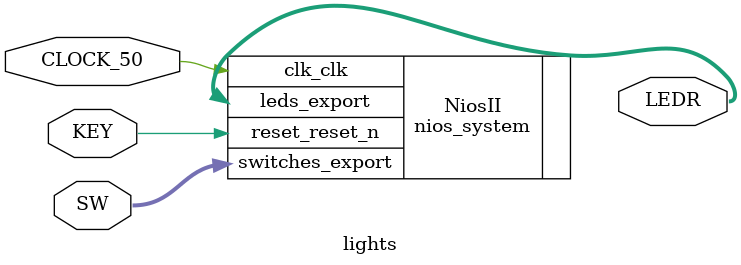
<source format=v>
module lights (CLOCK_50, SW, KEY, LEDR);
	input CLOCK_50;
	input [7:0] SW;
	input [0:0] KEY;
	output [7:0] LEDR;
	
	// Instantiate the Nios II system module generated by the Qsys tool:
	nios_system NiosII (.clk_clk(CLOCK_50), .reset_reset_n(KEY), .switches_export(SW), .leds_export(LEDR));
endmodule

</source>
